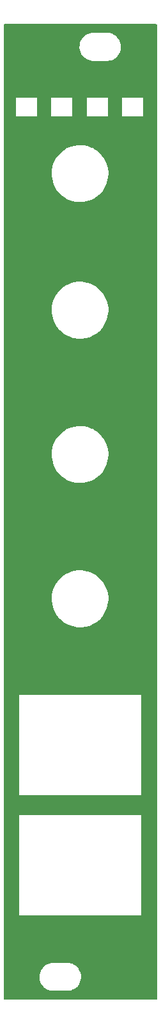
<source format=gbr>
%TF.GenerationSoftware,KiCad,Pcbnew,7.0.6*%
%TF.CreationDate,2023-07-13T17:48:17+01:00*%
%TF.ProjectId,L4O_Panel,4c344f5f-5061-46e6-956c-2e6b69636164,rev?*%
%TF.SameCoordinates,Original*%
%TF.FileFunction,Copper,L1,Top*%
%TF.FilePolarity,Positive*%
%FSLAX46Y46*%
G04 Gerber Fmt 4.6, Leading zero omitted, Abs format (unit mm)*
G04 Created by KiCad (PCBNEW 7.0.6) date 2023-07-13 17:48:17*
%MOMM*%
%LPD*%
G01*
G04 APERTURE LIST*
G04 APERTURE END LIST*
%TA.AperFunction,NonConductor*%
G36*
X69541621Y-34320502D02*
G01*
X69588114Y-34374158D01*
X69599500Y-34426500D01*
X69599500Y-162673500D01*
X69579498Y-162741621D01*
X69525842Y-162788114D01*
X69473500Y-162799500D01*
X49426500Y-162799500D01*
X49358379Y-162779498D01*
X49311886Y-162725842D01*
X49300500Y-162673500D01*
X49300500Y-159867765D01*
X54025788Y-159867765D01*
X54055412Y-160137014D01*
X54123928Y-160399090D01*
X54229869Y-160648389D01*
X54229870Y-160648390D01*
X54370982Y-160879610D01*
X54544255Y-161087820D01*
X54745998Y-161268582D01*
X54971910Y-161418044D01*
X55217176Y-161533020D01*
X55476569Y-161611060D01*
X55476572Y-161611060D01*
X55476574Y-161611061D01*
X55744557Y-161650500D01*
X55744561Y-161650500D01*
X57747633Y-161650500D01*
X57782363Y-161647957D01*
X57950156Y-161635677D01*
X57950160Y-161635676D01*
X57950161Y-161635676D01*
X58060665Y-161611060D01*
X58214553Y-161576780D01*
X58467558Y-161480014D01*
X58703777Y-161347441D01*
X58918177Y-161181888D01*
X59106186Y-160986881D01*
X59263799Y-160766579D01*
X59387656Y-160525675D01*
X59475118Y-160269305D01*
X59524319Y-160002933D01*
X59534212Y-159732235D01*
X59519338Y-159597058D01*
X59504587Y-159462985D01*
X59436071Y-159200909D01*
X59330130Y-158951610D01*
X59330130Y-158951609D01*
X59189018Y-158720390D01*
X59015745Y-158512180D01*
X59015741Y-158512177D01*
X59015740Y-158512175D01*
X58814012Y-158331427D01*
X58814002Y-158331418D01*
X58588090Y-158181956D01*
X58342824Y-158066980D01*
X58185392Y-158019615D01*
X58083425Y-157988938D01*
X57815442Y-157949500D01*
X57815439Y-157949500D01*
X55812369Y-157949500D01*
X55812367Y-157949500D01*
X55609839Y-157964323D01*
X55609838Y-157964323D01*
X55345456Y-158023217D01*
X55345441Y-158023222D01*
X55092441Y-158119986D01*
X54856229Y-158252555D01*
X54856225Y-158252557D01*
X54641818Y-158418116D01*
X54453815Y-158613117D01*
X54453810Y-158613123D01*
X54296203Y-158833417D01*
X54296196Y-158833427D01*
X54172343Y-159074324D01*
X54172342Y-159074327D01*
X54084883Y-159330689D01*
X54084880Y-159330702D01*
X54035681Y-159597058D01*
X54035680Y-159597069D01*
X54025788Y-159867765D01*
X49300500Y-159867765D01*
X49300500Y-151680500D01*
X51334415Y-151680500D01*
X51334458Y-151704998D01*
X51334458Y-151705000D01*
X51334459Y-151705000D01*
X51334500Y-151705099D01*
X51334617Y-151705383D01*
X51335000Y-151705541D01*
X51335002Y-151705539D01*
X51360014Y-151705524D01*
X51360014Y-151705528D01*
X51360158Y-151705500D01*
X67439842Y-151705500D01*
X67439985Y-151705528D01*
X67439986Y-151705524D01*
X67464997Y-151705539D01*
X67465000Y-151705541D01*
X67465383Y-151705383D01*
X67465500Y-151705099D01*
X67465541Y-151705000D01*
X67465540Y-151704998D01*
X67465541Y-151704998D01*
X67465584Y-151680500D01*
X67465500Y-151680072D01*
X67465500Y-138520157D01*
X67465528Y-138520014D01*
X67465524Y-138520014D01*
X67465539Y-138495002D01*
X67465541Y-138495000D01*
X67465383Y-138494617D01*
X67465099Y-138494500D01*
X67465000Y-138494459D01*
X67464999Y-138494459D01*
X67440048Y-138494459D01*
X67439842Y-138494500D01*
X51360158Y-138494500D01*
X51359952Y-138494459D01*
X51335001Y-138494459D01*
X51335000Y-138494459D01*
X51334901Y-138494500D01*
X51334617Y-138494617D01*
X51334459Y-138495000D01*
X51334476Y-138520014D01*
X51334471Y-138520014D01*
X51334500Y-138520157D01*
X51334500Y-151680072D01*
X51334415Y-151680500D01*
X49300500Y-151680500D01*
X49300500Y-135880500D01*
X51334415Y-135880500D01*
X51334458Y-135904998D01*
X51334458Y-135905000D01*
X51334459Y-135905000D01*
X51334500Y-135905099D01*
X51334617Y-135905383D01*
X51335000Y-135905541D01*
X51335002Y-135905539D01*
X51360014Y-135905524D01*
X51360014Y-135905528D01*
X51360158Y-135905500D01*
X67439842Y-135905500D01*
X67439985Y-135905528D01*
X67439986Y-135905524D01*
X67464997Y-135905539D01*
X67465000Y-135905541D01*
X67465383Y-135905383D01*
X67465500Y-135905099D01*
X67465541Y-135905000D01*
X67465540Y-135904998D01*
X67465541Y-135904998D01*
X67465584Y-135880500D01*
X67465500Y-135880072D01*
X67465500Y-122720157D01*
X67465528Y-122720014D01*
X67465524Y-122720014D01*
X67465539Y-122695002D01*
X67465541Y-122695000D01*
X67465383Y-122694617D01*
X67465099Y-122694500D01*
X67465000Y-122694459D01*
X67464999Y-122694459D01*
X67440048Y-122694459D01*
X67439842Y-122694500D01*
X51360158Y-122694500D01*
X51359952Y-122694459D01*
X51335001Y-122694459D01*
X51335000Y-122694459D01*
X51334901Y-122694500D01*
X51334617Y-122694617D01*
X51334459Y-122695000D01*
X51334476Y-122720014D01*
X51334471Y-122720014D01*
X51334500Y-122720157D01*
X51334500Y-135880072D01*
X51334415Y-135880500D01*
X49300500Y-135880500D01*
X49300500Y-109903303D01*
X55645765Y-109903303D01*
X55655721Y-110289827D01*
X55655721Y-110289830D01*
X55705368Y-110673292D01*
X55705368Y-110673293D01*
X55794175Y-111049594D01*
X55794177Y-111049602D01*
X55921210Y-111414794D01*
X56085118Y-111764988D01*
X56284165Y-112096473D01*
X56516241Y-112405734D01*
X56778885Y-112689495D01*
X57069314Y-112944745D01*
X57384449Y-113168781D01*
X57720949Y-113359227D01*
X58075247Y-113514065D01*
X58443588Y-113631652D01*
X58822067Y-113710743D01*
X59062280Y-113735574D01*
X59206670Y-113750500D01*
X59206673Y-113750500D01*
X59496580Y-113750500D01*
X59496589Y-113750500D01*
X59757186Y-113737066D01*
X59786143Y-113735574D01*
X59786149Y-113735573D01*
X59945576Y-113710743D01*
X60168191Y-113676072D01*
X60542097Y-113577602D01*
X60790256Y-113484049D01*
X60903881Y-113441215D01*
X60903885Y-113441212D01*
X60903896Y-113441209D01*
X61249754Y-113268338D01*
X61576004Y-113060822D01*
X61879187Y-112820860D01*
X62156091Y-112550997D01*
X62403779Y-112254092D01*
X62619627Y-111933294D01*
X62801346Y-111592002D01*
X62947009Y-111233834D01*
X63055074Y-110862587D01*
X63124394Y-110482197D01*
X63154234Y-110096696D01*
X63144278Y-109710169D01*
X63094633Y-109326715D01*
X63005823Y-108950398D01*
X62878790Y-108585206D01*
X62714882Y-108235012D01*
X62515835Y-107903527D01*
X62283759Y-107594266D01*
X62021115Y-107310505D01*
X61730686Y-107055255D01*
X61415551Y-106831219D01*
X61079051Y-106640773D01*
X61079048Y-106640772D01*
X61079047Y-106640771D01*
X60920524Y-106571492D01*
X60724753Y-106485935D01*
X60724750Y-106485934D01*
X60724749Y-106485933D01*
X60356417Y-106368349D01*
X59977936Y-106289257D01*
X59593330Y-106249500D01*
X59593327Y-106249500D01*
X59303411Y-106249500D01*
X59217691Y-106253918D01*
X59013856Y-106264425D01*
X59013850Y-106264426D01*
X58631810Y-106323927D01*
X58257906Y-106422396D01*
X58257904Y-106422397D01*
X57896118Y-106558784D01*
X57896098Y-106558793D01*
X57550253Y-106731658D01*
X57550247Y-106731661D01*
X57224006Y-106939170D01*
X57223991Y-106939181D01*
X56920814Y-107179138D01*
X56643909Y-107449003D01*
X56396219Y-107745909D01*
X56180377Y-108066698D01*
X56180365Y-108066720D01*
X55998658Y-108407988D01*
X55998654Y-108407998D01*
X55852992Y-108766163D01*
X55852987Y-108766178D01*
X55744926Y-109137412D01*
X55744926Y-109137413D01*
X55675606Y-109517803D01*
X55675606Y-109517806D01*
X55675604Y-109517821D01*
X55645765Y-109903303D01*
X49300500Y-109903303D01*
X49300500Y-90903303D01*
X55645765Y-90903303D01*
X55655721Y-91289827D01*
X55655721Y-91289830D01*
X55705368Y-91673292D01*
X55705368Y-91673293D01*
X55794175Y-92049594D01*
X55794177Y-92049602D01*
X55921210Y-92414794D01*
X56085118Y-92764988D01*
X56284165Y-93096473D01*
X56516241Y-93405734D01*
X56778885Y-93689495D01*
X57069314Y-93944745D01*
X57384449Y-94168781D01*
X57720949Y-94359227D01*
X58075247Y-94514065D01*
X58443588Y-94631652D01*
X58822067Y-94710743D01*
X59062280Y-94735574D01*
X59206670Y-94750500D01*
X59206673Y-94750500D01*
X59496580Y-94750500D01*
X59496589Y-94750500D01*
X59757186Y-94737066D01*
X59786143Y-94735574D01*
X59786149Y-94735573D01*
X59945576Y-94710743D01*
X60168191Y-94676072D01*
X60542097Y-94577602D01*
X60790256Y-94484049D01*
X60903881Y-94441215D01*
X60903885Y-94441212D01*
X60903896Y-94441209D01*
X61249754Y-94268338D01*
X61576004Y-94060822D01*
X61879187Y-93820860D01*
X62156091Y-93550997D01*
X62403779Y-93254092D01*
X62619627Y-92933294D01*
X62801346Y-92592002D01*
X62947009Y-92233834D01*
X63055074Y-91862587D01*
X63124394Y-91482197D01*
X63154234Y-91096696D01*
X63144278Y-90710169D01*
X63094633Y-90326715D01*
X63005823Y-89950398D01*
X62878790Y-89585206D01*
X62714882Y-89235012D01*
X62515835Y-88903527D01*
X62283759Y-88594266D01*
X62021115Y-88310505D01*
X61730686Y-88055255D01*
X61415551Y-87831219D01*
X61079051Y-87640773D01*
X61079048Y-87640772D01*
X61079047Y-87640771D01*
X60920524Y-87571492D01*
X60724753Y-87485935D01*
X60724750Y-87485934D01*
X60724749Y-87485933D01*
X60356417Y-87368349D01*
X59977936Y-87289257D01*
X59593330Y-87249500D01*
X59593327Y-87249500D01*
X59303411Y-87249500D01*
X59217691Y-87253918D01*
X59013856Y-87264425D01*
X59013850Y-87264426D01*
X58631810Y-87323927D01*
X58257906Y-87422396D01*
X58257904Y-87422397D01*
X57896118Y-87558784D01*
X57896098Y-87558793D01*
X57550253Y-87731658D01*
X57550247Y-87731661D01*
X57224006Y-87939170D01*
X57223991Y-87939181D01*
X56920814Y-88179138D01*
X56643909Y-88449003D01*
X56396219Y-88745909D01*
X56180377Y-89066698D01*
X56180365Y-89066720D01*
X55998658Y-89407988D01*
X55998654Y-89407998D01*
X55852992Y-89766163D01*
X55852987Y-89766178D01*
X55744926Y-90137412D01*
X55744926Y-90137413D01*
X55675606Y-90517803D01*
X55675606Y-90517806D01*
X55675604Y-90517821D01*
X55645765Y-90903303D01*
X49300500Y-90903303D01*
X49300500Y-71903303D01*
X55645765Y-71903303D01*
X55655721Y-72289827D01*
X55655721Y-72289830D01*
X55705368Y-72673292D01*
X55705368Y-72673293D01*
X55794175Y-73049594D01*
X55794177Y-73049602D01*
X55921210Y-73414794D01*
X56085118Y-73764988D01*
X56284165Y-74096473D01*
X56516241Y-74405734D01*
X56778885Y-74689495D01*
X57069314Y-74944745D01*
X57384449Y-75168781D01*
X57720949Y-75359227D01*
X58075247Y-75514065D01*
X58443588Y-75631652D01*
X58822067Y-75710743D01*
X59062280Y-75735574D01*
X59206670Y-75750500D01*
X59206673Y-75750500D01*
X59496580Y-75750500D01*
X59496589Y-75750500D01*
X59757186Y-75737066D01*
X59786143Y-75735574D01*
X59786149Y-75735573D01*
X59945576Y-75710743D01*
X60168191Y-75676072D01*
X60542097Y-75577602D01*
X60790256Y-75484049D01*
X60903881Y-75441215D01*
X60903885Y-75441212D01*
X60903896Y-75441209D01*
X61249754Y-75268338D01*
X61576004Y-75060822D01*
X61879187Y-74820860D01*
X62156091Y-74550997D01*
X62403779Y-74254092D01*
X62619627Y-73933294D01*
X62801346Y-73592002D01*
X62947009Y-73233834D01*
X63055074Y-72862587D01*
X63124394Y-72482197D01*
X63154234Y-72096696D01*
X63144278Y-71710169D01*
X63094633Y-71326715D01*
X63005823Y-70950398D01*
X62878790Y-70585206D01*
X62714882Y-70235012D01*
X62515835Y-69903527D01*
X62283759Y-69594266D01*
X62021115Y-69310505D01*
X61730686Y-69055255D01*
X61415551Y-68831219D01*
X61079051Y-68640773D01*
X61079048Y-68640772D01*
X61079047Y-68640771D01*
X60920524Y-68571492D01*
X60724753Y-68485935D01*
X60724750Y-68485934D01*
X60724749Y-68485933D01*
X60356417Y-68368349D01*
X59977936Y-68289257D01*
X59593330Y-68249500D01*
X59593327Y-68249500D01*
X59303411Y-68249500D01*
X59217691Y-68253918D01*
X59013856Y-68264425D01*
X59013850Y-68264426D01*
X58631810Y-68323927D01*
X58257906Y-68422396D01*
X58257904Y-68422397D01*
X57896118Y-68558784D01*
X57896098Y-68558793D01*
X57550253Y-68731658D01*
X57550247Y-68731661D01*
X57224006Y-68939170D01*
X57223991Y-68939181D01*
X56920814Y-69179138D01*
X56643909Y-69449003D01*
X56396219Y-69745909D01*
X56180377Y-70066698D01*
X56180365Y-70066720D01*
X55998658Y-70407988D01*
X55998654Y-70407998D01*
X55852992Y-70766163D01*
X55852987Y-70766178D01*
X55744926Y-71137412D01*
X55744926Y-71137413D01*
X55675606Y-71517803D01*
X55675606Y-71517806D01*
X55675604Y-71517821D01*
X55645765Y-71903303D01*
X49300500Y-71903303D01*
X49300500Y-53903303D01*
X55645765Y-53903303D01*
X55655721Y-54289827D01*
X55655721Y-54289830D01*
X55705368Y-54673292D01*
X55705368Y-54673293D01*
X55794175Y-55049594D01*
X55794177Y-55049602D01*
X55921210Y-55414794D01*
X56085118Y-55764988D01*
X56284165Y-56096473D01*
X56516241Y-56405734D01*
X56778885Y-56689495D01*
X57069314Y-56944745D01*
X57384449Y-57168781D01*
X57720949Y-57359227D01*
X58075247Y-57514065D01*
X58443588Y-57631652D01*
X58822067Y-57710743D01*
X59062280Y-57735574D01*
X59206670Y-57750500D01*
X59206673Y-57750500D01*
X59496580Y-57750500D01*
X59496589Y-57750500D01*
X59757186Y-57737066D01*
X59786143Y-57735574D01*
X59786149Y-57735573D01*
X59945576Y-57710743D01*
X60168191Y-57676072D01*
X60542097Y-57577602D01*
X60790256Y-57484049D01*
X60903881Y-57441215D01*
X60903885Y-57441212D01*
X60903896Y-57441209D01*
X61249754Y-57268338D01*
X61576004Y-57060822D01*
X61879187Y-56820860D01*
X62156091Y-56550997D01*
X62403779Y-56254092D01*
X62619627Y-55933294D01*
X62801346Y-55592002D01*
X62947009Y-55233834D01*
X63055074Y-54862587D01*
X63124394Y-54482197D01*
X63154234Y-54096696D01*
X63144278Y-53710169D01*
X63094633Y-53326715D01*
X63005823Y-52950398D01*
X62878790Y-52585206D01*
X62714882Y-52235012D01*
X62515835Y-51903527D01*
X62283759Y-51594266D01*
X62021115Y-51310505D01*
X61730686Y-51055255D01*
X61415551Y-50831219D01*
X61079051Y-50640773D01*
X61079048Y-50640772D01*
X61079047Y-50640771D01*
X60920524Y-50571492D01*
X60724753Y-50485935D01*
X60724750Y-50485934D01*
X60724749Y-50485933D01*
X60356417Y-50368349D01*
X59977936Y-50289257D01*
X59593330Y-50249500D01*
X59593327Y-50249500D01*
X59303411Y-50249500D01*
X59217691Y-50253918D01*
X59013856Y-50264425D01*
X59013850Y-50264426D01*
X58631810Y-50323927D01*
X58257906Y-50422396D01*
X58257904Y-50422397D01*
X57896118Y-50558784D01*
X57896098Y-50558793D01*
X57550253Y-50731658D01*
X57550247Y-50731661D01*
X57224006Y-50939170D01*
X57223991Y-50939181D01*
X56920814Y-51179138D01*
X56643909Y-51449003D01*
X56396219Y-51745909D01*
X56180377Y-52066698D01*
X56180365Y-52066720D01*
X55998658Y-52407988D01*
X55998654Y-52407998D01*
X55852992Y-52766163D01*
X55852987Y-52766178D01*
X55744926Y-53137412D01*
X55744926Y-53137413D01*
X55675606Y-53517803D01*
X55675606Y-53517806D01*
X55675604Y-53517821D01*
X55645765Y-53903303D01*
X49300500Y-53903303D01*
X49300500Y-44000000D01*
X50900000Y-44000000D01*
X50900000Y-46500000D01*
X53700000Y-46500000D01*
X53700000Y-44000000D01*
X55600000Y-44000000D01*
X55600000Y-46500000D01*
X58400000Y-46500000D01*
X58400000Y-44000000D01*
X60300000Y-44000000D01*
X60300000Y-46500000D01*
X63100000Y-46500000D01*
X63100000Y-44000000D01*
X65000000Y-44000000D01*
X65000000Y-46500000D01*
X67800000Y-46500000D01*
X67800000Y-44000000D01*
X65000000Y-44000000D01*
X63100000Y-44000000D01*
X60300000Y-44000000D01*
X58400000Y-44000000D01*
X55600000Y-44000000D01*
X53700000Y-44000000D01*
X50900000Y-44000000D01*
X49300500Y-44000000D01*
X49300500Y-37367765D01*
X59325788Y-37367765D01*
X59355412Y-37637014D01*
X59423928Y-37899090D01*
X59529869Y-38148389D01*
X59529870Y-38148390D01*
X59670982Y-38379610D01*
X59844255Y-38587820D01*
X60045998Y-38768582D01*
X60271910Y-38918044D01*
X60517176Y-39033020D01*
X60776569Y-39111060D01*
X60776572Y-39111060D01*
X60776574Y-39111061D01*
X61044557Y-39150500D01*
X61044561Y-39150500D01*
X63047633Y-39150500D01*
X63082363Y-39147957D01*
X63250156Y-39135677D01*
X63250160Y-39135676D01*
X63250161Y-39135676D01*
X63360665Y-39111060D01*
X63514553Y-39076780D01*
X63767558Y-38980014D01*
X64003777Y-38847441D01*
X64218177Y-38681888D01*
X64406186Y-38486881D01*
X64563799Y-38266579D01*
X64687656Y-38025675D01*
X64775118Y-37769305D01*
X64824319Y-37502933D01*
X64834212Y-37232235D01*
X64819338Y-37097058D01*
X64804587Y-36962985D01*
X64736071Y-36700909D01*
X64630130Y-36451610D01*
X64630130Y-36451609D01*
X64489018Y-36220390D01*
X64315745Y-36012180D01*
X64315741Y-36012177D01*
X64315740Y-36012175D01*
X64114012Y-35831427D01*
X64114002Y-35831418D01*
X63888090Y-35681956D01*
X63642824Y-35566980D01*
X63485392Y-35519615D01*
X63383425Y-35488938D01*
X63115442Y-35449500D01*
X63115439Y-35449500D01*
X61112369Y-35449500D01*
X61112367Y-35449500D01*
X60909839Y-35464323D01*
X60909838Y-35464323D01*
X60645456Y-35523217D01*
X60645441Y-35523222D01*
X60392441Y-35619986D01*
X60156229Y-35752555D01*
X60156225Y-35752557D01*
X59941818Y-35918116D01*
X59753815Y-36113117D01*
X59753810Y-36113123D01*
X59596203Y-36333417D01*
X59596196Y-36333427D01*
X59472343Y-36574324D01*
X59472342Y-36574327D01*
X59384883Y-36830689D01*
X59384880Y-36830702D01*
X59335681Y-37097058D01*
X59335680Y-37097069D01*
X59325788Y-37367765D01*
X49300500Y-37367765D01*
X49300500Y-34426500D01*
X49320502Y-34358379D01*
X49374158Y-34311886D01*
X49426500Y-34300500D01*
X69473500Y-34300500D01*
X69541621Y-34320502D01*
G37*
%TD.AperFunction*%
M02*

</source>
